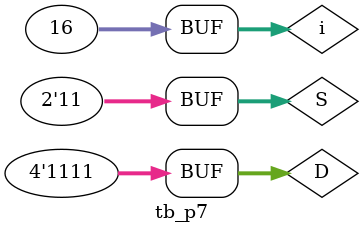
<source format=v>
module tb_p7(); 
	reg[3:0] D; 
	reg[1:0] S; 
	wire Z; 
	integer i;
	p7_4 UUT(Z, D, S);
	initial
		begin
			 #10 $monitor("UUT | D = %b", D, "  |  S = %b", S, "  |  Z = ", Z);
		   for( i = 0; i <= 15; i = i + 1) 
			   begin
				  D = i;
				  S = 0;  #10; 
				  S = 1;  #10;
				  S = 2;  #10;
				  S = 3;  #10;
				  $display("\n\n");
				end
		end
endmodule
</source>
